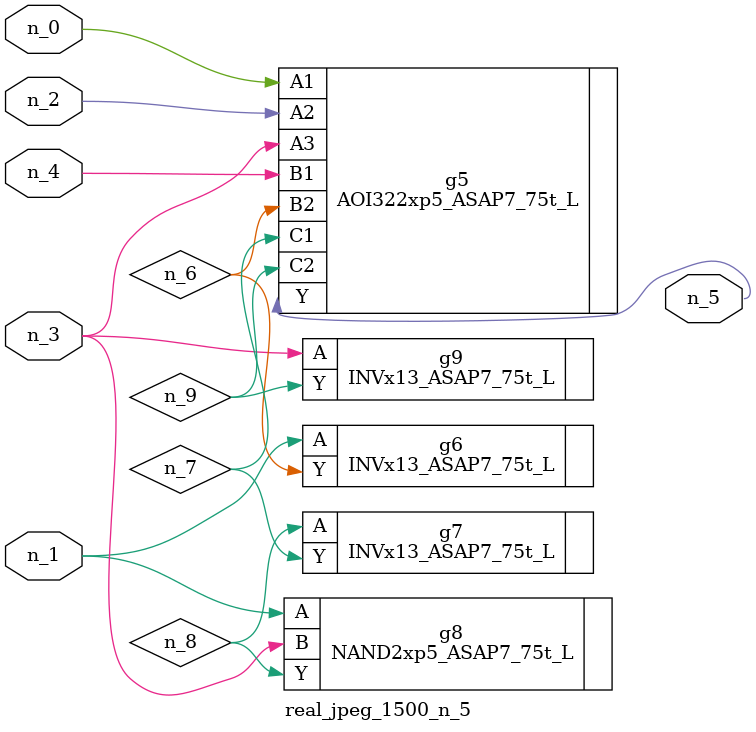
<source format=v>
module real_jpeg_1500_n_5 (n_4, n_0, n_1, n_2, n_3, n_5);

input n_4;
input n_0;
input n_1;
input n_2;
input n_3;

output n_5;

wire n_8;
wire n_6;
wire n_7;
wire n_9;

AOI322xp5_ASAP7_75t_L g5 ( 
.A1(n_0),
.A2(n_2),
.A3(n_3),
.B1(n_4),
.B2(n_6),
.C1(n_7),
.C2(n_9),
.Y(n_5)
);

INVx13_ASAP7_75t_L g6 ( 
.A(n_1),
.Y(n_6)
);

NAND2xp5_ASAP7_75t_L g8 ( 
.A(n_1),
.B(n_3),
.Y(n_8)
);

INVx13_ASAP7_75t_L g9 ( 
.A(n_3),
.Y(n_9)
);

INVx13_ASAP7_75t_L g7 ( 
.A(n_8),
.Y(n_7)
);


endmodule
</source>
